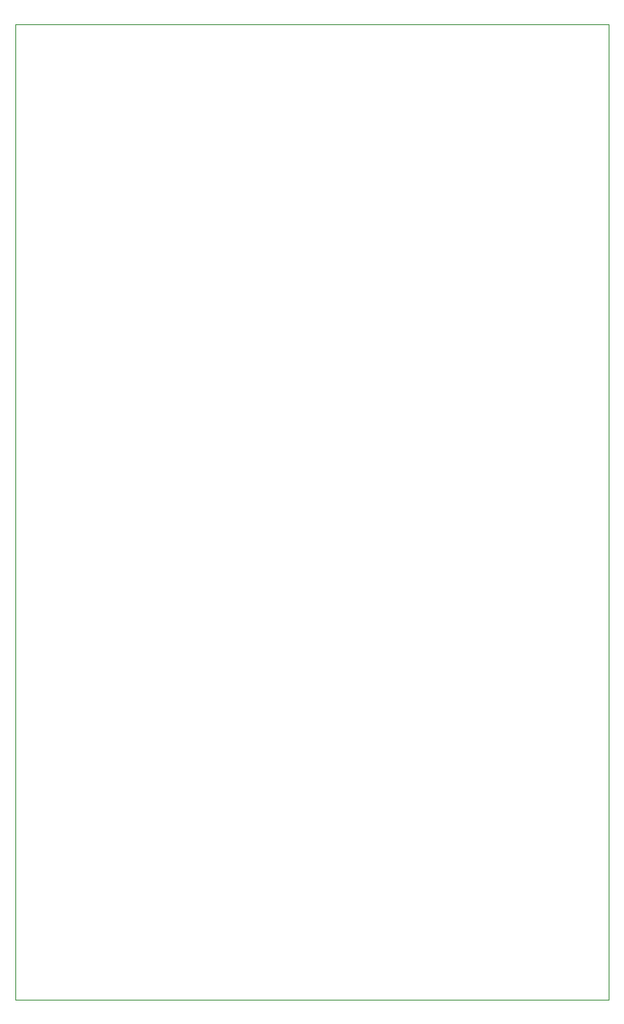
<source format=gbp>
G04 #@! TF.GenerationSoftware,KiCad,Pcbnew,9.0.4*
G04 #@! TF.CreationDate,2025-09-21T01:50:15+05:30*
G04 #@! TF.ProjectId,panel,70616e65-6c2e-46b6-9963-61645f706362,rev?*
G04 #@! TF.SameCoordinates,Original*
G04 #@! TF.FileFunction,Paste,Bot*
G04 #@! TF.FilePolarity,Positive*
%FSLAX46Y46*%
G04 Gerber Fmt 4.6, Leading zero omitted, Abs format (unit mm)*
G04 Created by KiCad (PCBNEW 9.0.4) date 2025-09-21 01:50:15*
%MOMM*%
%LPD*%
G01*
G04 APERTURE LIST*
G04 #@! TA.AperFunction,Profile*
%ADD10C,0.050000*%
G04 #@! TD*
G04 APERTURE END LIST*
D10*
X117000000Y-30300000D02*
X179200000Y-30300000D01*
X179200000Y-132300000D01*
X117000000Y-132300000D01*
X117000000Y-30300000D01*
M02*

</source>
